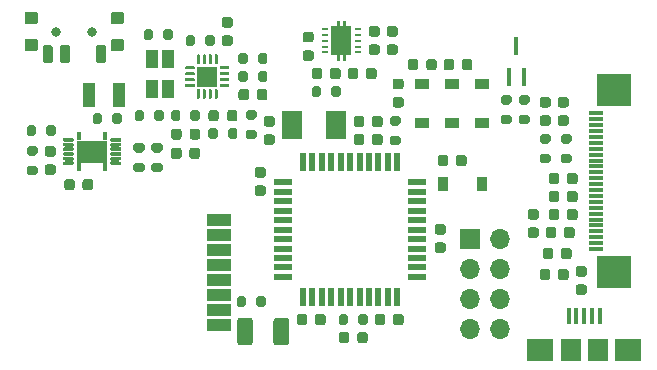
<source format=gbr>
%TF.GenerationSoftware,KiCad,Pcbnew,(5.1.9)-1*%
%TF.CreationDate,2021-02-10T20:51:50+02:00*%
%TF.ProjectId,RVP,5256502e-6b69-4636-9164-5f7063625858,rev?*%
%TF.SameCoordinates,Original*%
%TF.FileFunction,Soldermask,Top*%
%TF.FilePolarity,Negative*%
%FSLAX46Y46*%
G04 Gerber Fmt 4.6, Leading zero omitted, Abs format (unit mm)*
G04 Created by KiCad (PCBNEW (5.1.9)-1) date 2021-02-10 20:51:50*
%MOMM*%
%LPD*%
G01*
G04 APERTURE LIST*
%ADD10R,0.900000X1.200000*%
%ADD11R,0.550000X1.500000*%
%ADD12R,1.500000X0.550000*%
%ADD13C,0.800000*%
%ADD14R,0.400000X0.575000*%
%ADD15R,2.600000X1.950000*%
%ADD16O,0.950000X0.300000*%
%ADD17R,0.400000X0.675000*%
%ADD18R,1.700000X2.400000*%
%ADD19R,1.000000X2.000000*%
%ADD20R,0.400000X1.400000*%
%ADD21R,2.300000X1.900000*%
%ADD22R,1.800000X1.900000*%
%ADD23R,2.000000X1.000000*%
%ADD24R,3.000000X2.700000*%
%ADD25R,1.200000X0.300000*%
%ADD26O,1.700000X1.700000*%
%ADD27R,1.700000X1.700000*%
%ADD28R,1.000000X1.500000*%
%ADD29C,0.100000*%
%ADD30R,0.600000X0.240000*%
%ADD31R,1.680000X1.680000*%
%ADD32R,0.450000X1.500000*%
%ADD33R,1.200000X0.900000*%
G04 APERTURE END LIST*
D10*
%TO.C,D3*%
X213690020Y-93927200D03*
X216990020Y-93927200D03*
%TD*%
%TO.C,R23*%
G36*
G01*
X197883420Y-104159000D02*
X197883420Y-103609000D01*
G75*
G02*
X198083420Y-103409000I200000J0D01*
G01*
X198483420Y-103409000D01*
G75*
G02*
X198683420Y-103609000I0J-200000D01*
G01*
X198683420Y-104159000D01*
G75*
G02*
X198483420Y-104359000I-200000J0D01*
G01*
X198083420Y-104359000D01*
G75*
G02*
X197883420Y-104159000I0J200000D01*
G01*
G37*
G36*
G01*
X196233420Y-104159000D02*
X196233420Y-103609000D01*
G75*
G02*
X196433420Y-103409000I200000J0D01*
G01*
X196833420Y-103409000D01*
G75*
G02*
X197033420Y-103609000I0J-200000D01*
G01*
X197033420Y-104159000D01*
G75*
G02*
X196833420Y-104359000I-200000J0D01*
G01*
X196433420Y-104359000D01*
G75*
G02*
X196233420Y-104159000I0J200000D01*
G01*
G37*
%TD*%
%TO.C,C12*%
G36*
G01*
X223295420Y-97792000D02*
X223295420Y-98292000D01*
G75*
G02*
X223070420Y-98517000I-225000J0D01*
G01*
X222620420Y-98517000D01*
G75*
G02*
X222395420Y-98292000I0J225000D01*
G01*
X222395420Y-97792000D01*
G75*
G02*
X222620420Y-97567000I225000J0D01*
G01*
X223070420Y-97567000D01*
G75*
G02*
X223295420Y-97792000I0J-225000D01*
G01*
G37*
G36*
G01*
X224845420Y-97792000D02*
X224845420Y-98292000D01*
G75*
G02*
X224620420Y-98517000I-225000J0D01*
G01*
X224170420Y-98517000D01*
G75*
G02*
X223945420Y-98292000I0J225000D01*
G01*
X223945420Y-97792000D01*
G75*
G02*
X224170420Y-97567000I225000J0D01*
G01*
X224620420Y-97567000D01*
G75*
G02*
X224845420Y-97792000I0J-225000D01*
G01*
G37*
%TD*%
D11*
%TO.C,U5*%
X209840420Y-103488000D03*
X209040420Y-103488000D03*
X208240420Y-103488000D03*
X207440420Y-103488000D03*
X206640420Y-103488000D03*
X205840420Y-103488000D03*
X205040420Y-103488000D03*
X204240420Y-103488000D03*
X203440420Y-103488000D03*
X202640420Y-103488000D03*
X201840420Y-103488000D03*
D12*
X200140420Y-101788000D03*
X200140420Y-100988000D03*
X200140420Y-100188000D03*
X200140420Y-99388000D03*
X200140420Y-98588000D03*
X200140420Y-97788000D03*
X200140420Y-96988000D03*
X200140420Y-96188000D03*
X200140420Y-95388000D03*
X200140420Y-94588000D03*
X200140420Y-93788000D03*
D11*
X201840420Y-92088000D03*
X202640420Y-92088000D03*
X203440420Y-92088000D03*
X204240420Y-92088000D03*
X205040420Y-92088000D03*
X205840420Y-92088000D03*
X206640420Y-92088000D03*
X207440420Y-92088000D03*
X208240420Y-92088000D03*
X209040420Y-92088000D03*
X209840420Y-92088000D03*
D12*
X211540420Y-93788000D03*
X211540420Y-94588000D03*
X211540420Y-95388000D03*
X211540420Y-96188000D03*
X211540420Y-96988000D03*
X211540420Y-97788000D03*
X211540420Y-98588000D03*
X211540420Y-99388000D03*
X211540420Y-100188000D03*
X211540420Y-100988000D03*
X211540420Y-101788000D03*
%TD*%
%TO.C,R20*%
G36*
G01*
X223853420Y-91355000D02*
X224403420Y-91355000D01*
G75*
G02*
X224603420Y-91555000I0J-200000D01*
G01*
X224603420Y-91955000D01*
G75*
G02*
X224403420Y-92155000I-200000J0D01*
G01*
X223853420Y-92155000D01*
G75*
G02*
X223653420Y-91955000I0J200000D01*
G01*
X223653420Y-91555000D01*
G75*
G02*
X223853420Y-91355000I200000J0D01*
G01*
G37*
G36*
G01*
X223853420Y-89705000D02*
X224403420Y-89705000D01*
G75*
G02*
X224603420Y-89905000I0J-200000D01*
G01*
X224603420Y-90305000D01*
G75*
G02*
X224403420Y-90505000I-200000J0D01*
G01*
X223853420Y-90505000D01*
G75*
G02*
X223653420Y-90305000I0J200000D01*
G01*
X223653420Y-89905000D01*
G75*
G02*
X223853420Y-89705000I200000J0D01*
G01*
G37*
%TD*%
%TO.C,C13*%
G36*
G01*
X223041420Y-99570000D02*
X223041420Y-100070000D01*
G75*
G02*
X222816420Y-100295000I-225000J0D01*
G01*
X222366420Y-100295000D01*
G75*
G02*
X222141420Y-100070000I0J225000D01*
G01*
X222141420Y-99570000D01*
G75*
G02*
X222366420Y-99345000I225000J0D01*
G01*
X222816420Y-99345000D01*
G75*
G02*
X223041420Y-99570000I0J-225000D01*
G01*
G37*
G36*
G01*
X224591420Y-99570000D02*
X224591420Y-100070000D01*
G75*
G02*
X224366420Y-100295000I-225000J0D01*
G01*
X223916420Y-100295000D01*
G75*
G02*
X223691420Y-100070000I0J225000D01*
G01*
X223691420Y-99570000D01*
G75*
G02*
X223916420Y-99345000I225000J0D01*
G01*
X224366420Y-99345000D01*
G75*
G02*
X224591420Y-99570000I0J-225000D01*
G01*
G37*
%TD*%
%TO.C,C18*%
G36*
G01*
X222787420Y-101348000D02*
X222787420Y-101848000D01*
G75*
G02*
X222562420Y-102073000I-225000J0D01*
G01*
X222112420Y-102073000D01*
G75*
G02*
X221887420Y-101848000I0J225000D01*
G01*
X221887420Y-101348000D01*
G75*
G02*
X222112420Y-101123000I225000J0D01*
G01*
X222562420Y-101123000D01*
G75*
G02*
X222787420Y-101348000I0J-225000D01*
G01*
G37*
G36*
G01*
X224337420Y-101348000D02*
X224337420Y-101848000D01*
G75*
G02*
X224112420Y-102073000I-225000J0D01*
G01*
X223662420Y-102073000D01*
G75*
G02*
X223437420Y-101848000I0J225000D01*
G01*
X223437420Y-101348000D01*
G75*
G02*
X223662420Y-101123000I225000J0D01*
G01*
X224112420Y-101123000D01*
G75*
G02*
X224337420Y-101348000I0J-225000D01*
G01*
G37*
%TD*%
%TO.C,C29*%
G36*
G01*
X204133420Y-84830000D02*
X204133420Y-84330000D01*
G75*
G02*
X204358420Y-84105000I225000J0D01*
G01*
X204808420Y-84105000D01*
G75*
G02*
X205033420Y-84330000I0J-225000D01*
G01*
X205033420Y-84830000D01*
G75*
G02*
X204808420Y-85055000I-225000J0D01*
G01*
X204358420Y-85055000D01*
G75*
G02*
X204133420Y-84830000I0J225000D01*
G01*
G37*
G36*
G01*
X202583420Y-84830000D02*
X202583420Y-84330000D01*
G75*
G02*
X202808420Y-84105000I225000J0D01*
G01*
X203258420Y-84105000D01*
G75*
G02*
X203483420Y-84330000I0J-225000D01*
G01*
X203483420Y-84830000D01*
G75*
G02*
X203258420Y-85055000I-225000J0D01*
G01*
X202808420Y-85055000D01*
G75*
G02*
X202583420Y-84830000I0J225000D01*
G01*
G37*
%TD*%
%TO.C,C28*%
G36*
G01*
X207039420Y-89918000D02*
X207039420Y-90418000D01*
G75*
G02*
X206814420Y-90643000I-225000J0D01*
G01*
X206364420Y-90643000D01*
G75*
G02*
X206139420Y-90418000I0J225000D01*
G01*
X206139420Y-89918000D01*
G75*
G02*
X206364420Y-89693000I225000J0D01*
G01*
X206814420Y-89693000D01*
G75*
G02*
X207039420Y-89918000I0J-225000D01*
G01*
G37*
G36*
G01*
X208589420Y-89918000D02*
X208589420Y-90418000D01*
G75*
G02*
X208364420Y-90643000I-225000J0D01*
G01*
X207914420Y-90643000D01*
G75*
G02*
X207689420Y-90418000I0J225000D01*
G01*
X207689420Y-89918000D01*
G75*
G02*
X207914420Y-89693000I225000J0D01*
G01*
X208364420Y-89693000D01*
G75*
G02*
X208589420Y-89918000I0J-225000D01*
G01*
G37*
%TD*%
%TO.C,SW1*%
G36*
G01*
X179374020Y-79474000D02*
X179374020Y-80274000D01*
G75*
G02*
X179272420Y-80375600I-101600J0D01*
G01*
X178372420Y-80375600D01*
G75*
G02*
X178270820Y-80274000I0J101600D01*
G01*
X178270820Y-79474000D01*
G75*
G02*
X178372420Y-79372400I101600J0D01*
G01*
X179272420Y-79372400D01*
G75*
G02*
X179374020Y-79474000I0J-101600D01*
G01*
G37*
G36*
G01*
X179374020Y-81774000D02*
X179374020Y-82574000D01*
G75*
G02*
X179272420Y-82675600I-101600J0D01*
G01*
X178372420Y-82675600D01*
G75*
G02*
X178270820Y-82574000I0J101600D01*
G01*
X178270820Y-81774000D01*
G75*
G02*
X178372420Y-81672400I101600J0D01*
G01*
X179272420Y-81672400D01*
G75*
G02*
X179374020Y-81774000I0J-101600D01*
G01*
G37*
G36*
G01*
X186674020Y-79474000D02*
X186674020Y-80274000D01*
G75*
G02*
X186572420Y-80375600I-101600J0D01*
G01*
X185672420Y-80375600D01*
G75*
G02*
X185570820Y-80274000I0J101600D01*
G01*
X185570820Y-79474000D01*
G75*
G02*
X185672420Y-79372400I101600J0D01*
G01*
X186572420Y-79372400D01*
G75*
G02*
X186674020Y-79474000I0J-101600D01*
G01*
G37*
G36*
G01*
X186674020Y-81774000D02*
X186674020Y-82574000D01*
G75*
G02*
X186572420Y-82675600I-101600J0D01*
G01*
X185672420Y-82675600D01*
G75*
G02*
X185570820Y-82574000I0J101600D01*
G01*
X185570820Y-81774000D01*
G75*
G02*
X185672420Y-81672400I101600J0D01*
G01*
X186572420Y-81672400D01*
G75*
G02*
X186674020Y-81774000I0J-101600D01*
G01*
G37*
G36*
G01*
X179904920Y-82187400D02*
X180539920Y-82187400D01*
G75*
G02*
X180641520Y-82289000I0J-101600D01*
G01*
X180641520Y-83559000D01*
G75*
G02*
X180539920Y-83660600I-101600J0D01*
G01*
X179904920Y-83660600D01*
G75*
G02*
X179803320Y-83559000I0J101600D01*
G01*
X179803320Y-82289000D01*
G75*
G02*
X179904920Y-82187400I101600J0D01*
G01*
G37*
G36*
G01*
X181404920Y-82187400D02*
X182039920Y-82187400D01*
G75*
G02*
X182141520Y-82289000I0J-101600D01*
G01*
X182141520Y-83559000D01*
G75*
G02*
X182039920Y-83660600I-101600J0D01*
G01*
X181404920Y-83660600D01*
G75*
G02*
X181303320Y-83559000I0J101600D01*
G01*
X181303320Y-82289000D01*
G75*
G02*
X181404920Y-82187400I101600J0D01*
G01*
G37*
G36*
G01*
X184404920Y-82187400D02*
X185039920Y-82187400D01*
G75*
G02*
X185141520Y-82289000I0J-101600D01*
G01*
X185141520Y-83559000D01*
G75*
G02*
X185039920Y-83660600I-101600J0D01*
G01*
X184404920Y-83660600D01*
G75*
G02*
X184303320Y-83559000I0J101600D01*
G01*
X184303320Y-82289000D01*
G75*
G02*
X184404920Y-82187400I101600J0D01*
G01*
G37*
D13*
X180972420Y-81024000D03*
X183972420Y-81024000D03*
%TD*%
D14*
%TO.C,U2*%
X182896420Y-92549000D03*
X182896420Y-89819000D03*
X185096420Y-89819000D03*
X185096420Y-92549000D03*
D15*
X183996420Y-91184000D03*
G36*
G01*
X186146420Y-92284000D02*
X186146420Y-92084000D01*
G75*
G02*
X186196420Y-92034000I50000J0D01*
G01*
X186396420Y-92034000D01*
G75*
G02*
X186446420Y-92084000I0J-50000D01*
G01*
X186446420Y-92284000D01*
G75*
G02*
X186396420Y-92334000I-50000J0D01*
G01*
X186196420Y-92334000D01*
G75*
G02*
X186146420Y-92284000I0J50000D01*
G01*
G37*
G36*
G01*
X186146420Y-91884000D02*
X186146420Y-91684000D01*
G75*
G02*
X186196420Y-91634000I50000J0D01*
G01*
X186396420Y-91634000D01*
G75*
G02*
X186446420Y-91684000I0J-50000D01*
G01*
X186446420Y-91884000D01*
G75*
G02*
X186396420Y-91934000I-50000J0D01*
G01*
X186196420Y-91934000D01*
G75*
G02*
X186146420Y-91884000I0J50000D01*
G01*
G37*
G36*
G01*
X186146420Y-91484000D02*
X186146420Y-91284000D01*
G75*
G02*
X186196420Y-91234000I50000J0D01*
G01*
X186396420Y-91234000D01*
G75*
G02*
X186446420Y-91284000I0J-50000D01*
G01*
X186446420Y-91484000D01*
G75*
G02*
X186396420Y-91534000I-50000J0D01*
G01*
X186196420Y-91534000D01*
G75*
G02*
X186146420Y-91484000I0J50000D01*
G01*
G37*
G36*
G01*
X186146420Y-91084000D02*
X186146420Y-90884000D01*
G75*
G02*
X186196420Y-90834000I50000J0D01*
G01*
X186396420Y-90834000D01*
G75*
G02*
X186446420Y-90884000I0J-50000D01*
G01*
X186446420Y-91084000D01*
G75*
G02*
X186396420Y-91134000I-50000J0D01*
G01*
X186196420Y-91134000D01*
G75*
G02*
X186146420Y-91084000I0J50000D01*
G01*
G37*
G36*
G01*
X186146420Y-90684000D02*
X186146420Y-90484000D01*
G75*
G02*
X186196420Y-90434000I50000J0D01*
G01*
X186396420Y-90434000D01*
G75*
G02*
X186446420Y-90484000I0J-50000D01*
G01*
X186446420Y-90684000D01*
G75*
G02*
X186396420Y-90734000I-50000J0D01*
G01*
X186196420Y-90734000D01*
G75*
G02*
X186146420Y-90684000I0J50000D01*
G01*
G37*
G36*
G01*
X186146420Y-90284000D02*
X186146420Y-90084000D01*
G75*
G02*
X186196420Y-90034000I50000J0D01*
G01*
X186396420Y-90034000D01*
G75*
G02*
X186446420Y-90084000I0J-50000D01*
G01*
X186446420Y-90284000D01*
G75*
G02*
X186396420Y-90334000I-50000J0D01*
G01*
X186196420Y-90334000D01*
G75*
G02*
X186146420Y-90284000I0J50000D01*
G01*
G37*
G36*
G01*
X181546420Y-90284000D02*
X181546420Y-90084000D01*
G75*
G02*
X181596420Y-90034000I50000J0D01*
G01*
X181796420Y-90034000D01*
G75*
G02*
X181846420Y-90084000I0J-50000D01*
G01*
X181846420Y-90284000D01*
G75*
G02*
X181796420Y-90334000I-50000J0D01*
G01*
X181596420Y-90334000D01*
G75*
G02*
X181546420Y-90284000I0J50000D01*
G01*
G37*
G36*
G01*
X181546420Y-90684000D02*
X181546420Y-90484000D01*
G75*
G02*
X181596420Y-90434000I50000J0D01*
G01*
X181796420Y-90434000D01*
G75*
G02*
X181846420Y-90484000I0J-50000D01*
G01*
X181846420Y-90684000D01*
G75*
G02*
X181796420Y-90734000I-50000J0D01*
G01*
X181596420Y-90734000D01*
G75*
G02*
X181546420Y-90684000I0J50000D01*
G01*
G37*
G36*
G01*
X181546420Y-92284000D02*
X181546420Y-92084000D01*
G75*
G02*
X181596420Y-92034000I50000J0D01*
G01*
X181796420Y-92034000D01*
G75*
G02*
X181846420Y-92084000I0J-50000D01*
G01*
X181846420Y-92284000D01*
G75*
G02*
X181796420Y-92334000I-50000J0D01*
G01*
X181596420Y-92334000D01*
G75*
G02*
X181546420Y-92284000I0J50000D01*
G01*
G37*
G36*
G01*
X181546420Y-91884000D02*
X181546420Y-91684000D01*
G75*
G02*
X181596420Y-91634000I50000J0D01*
G01*
X181796420Y-91634000D01*
G75*
G02*
X181846420Y-91684000I0J-50000D01*
G01*
X181846420Y-91884000D01*
G75*
G02*
X181796420Y-91934000I-50000J0D01*
G01*
X181596420Y-91934000D01*
G75*
G02*
X181546420Y-91884000I0J50000D01*
G01*
G37*
G36*
G01*
X181546420Y-91484000D02*
X181546420Y-91284000D01*
G75*
G02*
X181596420Y-91234000I50000J0D01*
G01*
X181796420Y-91234000D01*
G75*
G02*
X181846420Y-91284000I0J-50000D01*
G01*
X181846420Y-91484000D01*
G75*
G02*
X181796420Y-91534000I-50000J0D01*
G01*
X181596420Y-91534000D01*
G75*
G02*
X181546420Y-91484000I0J50000D01*
G01*
G37*
D16*
X185971420Y-92184000D03*
X185971420Y-91784000D03*
X185971420Y-91384000D03*
X185971420Y-90984000D03*
X185971420Y-90584000D03*
X185971420Y-90184000D03*
X182021420Y-92184000D03*
X182021420Y-91784000D03*
X182021420Y-91384000D03*
X182021420Y-90184000D03*
X182021420Y-90584000D03*
X182021420Y-90984000D03*
G36*
G01*
X181546420Y-91084000D02*
X181546420Y-90884000D01*
G75*
G02*
X181596420Y-90834000I50000J0D01*
G01*
X181796420Y-90834000D01*
G75*
G02*
X181846420Y-90884000I0J-50000D01*
G01*
X181846420Y-91084000D01*
G75*
G02*
X181796420Y-91134000I-50000J0D01*
G01*
X181596420Y-91134000D01*
G75*
G02*
X181546420Y-91084000I0J50000D01*
G01*
G37*
D17*
X182896420Y-89871500D03*
X185096420Y-89871500D03*
X185096420Y-92496500D03*
X182896420Y-92496500D03*
D15*
X183996420Y-91184000D03*
%TD*%
%TO.C,C27*%
G36*
G01*
X207039420Y-88394000D02*
X207039420Y-88894000D01*
G75*
G02*
X206814420Y-89119000I-225000J0D01*
G01*
X206364420Y-89119000D01*
G75*
G02*
X206139420Y-88894000I0J225000D01*
G01*
X206139420Y-88394000D01*
G75*
G02*
X206364420Y-88169000I225000J0D01*
G01*
X206814420Y-88169000D01*
G75*
G02*
X207039420Y-88394000I0J-225000D01*
G01*
G37*
G36*
G01*
X208589420Y-88394000D02*
X208589420Y-88894000D01*
G75*
G02*
X208364420Y-89119000I-225000J0D01*
G01*
X207914420Y-89119000D01*
G75*
G02*
X207689420Y-88894000I0J225000D01*
G01*
X207689420Y-88394000D01*
G75*
G02*
X207914420Y-88169000I225000J0D01*
G01*
X208364420Y-88169000D01*
G75*
G02*
X208589420Y-88394000I0J-225000D01*
G01*
G37*
%TD*%
%TO.C,C26*%
G36*
G01*
X198732420Y-89731000D02*
X199232420Y-89731000D01*
G75*
G02*
X199457420Y-89956000I0J-225000D01*
G01*
X199457420Y-90406000D01*
G75*
G02*
X199232420Y-90631000I-225000J0D01*
G01*
X198732420Y-90631000D01*
G75*
G02*
X198507420Y-90406000I0J225000D01*
G01*
X198507420Y-89956000D01*
G75*
G02*
X198732420Y-89731000I225000J0D01*
G01*
G37*
G36*
G01*
X198732420Y-88181000D02*
X199232420Y-88181000D01*
G75*
G02*
X199457420Y-88406000I0J-225000D01*
G01*
X199457420Y-88856000D01*
G75*
G02*
X199232420Y-89081000I-225000J0D01*
G01*
X198732420Y-89081000D01*
G75*
G02*
X198507420Y-88856000I0J225000D01*
G01*
X198507420Y-88406000D01*
G75*
G02*
X198732420Y-88181000I225000J0D01*
G01*
G37*
%TD*%
D18*
%TO.C,Y1*%
X204642420Y-88898000D03*
X200942420Y-88898000D03*
%TD*%
D19*
%TO.C,J3*%
X183742420Y-86358000D03*
X186282420Y-86358000D03*
%TD*%
D20*
%TO.C,J2*%
X224352420Y-105128000D03*
X225002420Y-105128000D03*
X225652420Y-105128000D03*
X226302420Y-105128000D03*
X226952420Y-105128000D03*
D21*
X221902420Y-107978000D03*
X229402420Y-107978000D03*
D22*
X224502420Y-107978000D03*
X226802420Y-107978000D03*
%TD*%
%TO.C,R22*%
G36*
G01*
X205669420Y-105133000D02*
X205669420Y-105683000D01*
G75*
G02*
X205469420Y-105883000I-200000J0D01*
G01*
X205069420Y-105883000D01*
G75*
G02*
X204869420Y-105683000I0J200000D01*
G01*
X204869420Y-105133000D01*
G75*
G02*
X205069420Y-104933000I200000J0D01*
G01*
X205469420Y-104933000D01*
G75*
G02*
X205669420Y-105133000I0J-200000D01*
G01*
G37*
G36*
G01*
X207319420Y-105133000D02*
X207319420Y-105683000D01*
G75*
G02*
X207119420Y-105883000I-200000J0D01*
G01*
X206719420Y-105883000D01*
G75*
G02*
X206519420Y-105683000I0J200000D01*
G01*
X206519420Y-105133000D01*
G75*
G02*
X206719420Y-104933000I200000J0D01*
G01*
X207119420Y-104933000D01*
G75*
G02*
X207319420Y-105133000I0J-200000D01*
G01*
G37*
%TD*%
%TO.C,D7*%
G36*
G01*
X205744420Y-106675750D02*
X205744420Y-107188250D01*
G75*
G02*
X205525670Y-107407000I-218750J0D01*
G01*
X205088170Y-107407000D01*
G75*
G02*
X204869420Y-107188250I0J218750D01*
G01*
X204869420Y-106675750D01*
G75*
G02*
X205088170Y-106457000I218750J0D01*
G01*
X205525670Y-106457000D01*
G75*
G02*
X205744420Y-106675750I0J-218750D01*
G01*
G37*
G36*
G01*
X207319420Y-106675750D02*
X207319420Y-107188250D01*
G75*
G02*
X207100670Y-107407000I-218750J0D01*
G01*
X206663170Y-107407000D01*
G75*
G02*
X206444420Y-107188250I0J218750D01*
G01*
X206444420Y-106675750D01*
G75*
G02*
X206663170Y-106457000I218750J0D01*
G01*
X207100670Y-106457000D01*
G75*
G02*
X207319420Y-106675750I0J-218750D01*
G01*
G37*
%TD*%
%TO.C,C17*%
G36*
G01*
X199349420Y-107349003D02*
X199349420Y-105498997D01*
G75*
G02*
X199599417Y-105249000I249997J0D01*
G01*
X200424423Y-105249000D01*
G75*
G02*
X200674420Y-105498997I0J-249997D01*
G01*
X200674420Y-107349003D01*
G75*
G02*
X200424423Y-107599000I-249997J0D01*
G01*
X199599417Y-107599000D01*
G75*
G02*
X199349420Y-107349003I0J249997D01*
G01*
G37*
G36*
G01*
X196274420Y-107349003D02*
X196274420Y-105498997D01*
G75*
G02*
X196524417Y-105249000I249997J0D01*
G01*
X197349423Y-105249000D01*
G75*
G02*
X197599420Y-105498997I0J-249997D01*
G01*
X197599420Y-107349003D01*
G75*
G02*
X197349423Y-107599000I-249997J0D01*
G01*
X196524417Y-107599000D01*
G75*
G02*
X196274420Y-107349003I0J249997D01*
G01*
G37*
%TD*%
%TO.C,SW2*%
G36*
G01*
X214151420Y-91696000D02*
X214151420Y-92196000D01*
G75*
G02*
X213926420Y-92421000I-225000J0D01*
G01*
X213476420Y-92421000D01*
G75*
G02*
X213251420Y-92196000I0J225000D01*
G01*
X213251420Y-91696000D01*
G75*
G02*
X213476420Y-91471000I225000J0D01*
G01*
X213926420Y-91471000D01*
G75*
G02*
X214151420Y-91696000I0J-225000D01*
G01*
G37*
G36*
G01*
X215701420Y-91696000D02*
X215701420Y-92196000D01*
G75*
G02*
X215476420Y-92421000I-225000J0D01*
G01*
X215026420Y-92421000D01*
G75*
G02*
X214801420Y-92196000I0J225000D01*
G01*
X214801420Y-91696000D01*
G75*
G02*
X215026420Y-91471000I225000J0D01*
G01*
X215476420Y-91471000D01*
G75*
G02*
X215701420Y-91696000I0J-225000D01*
G01*
G37*
%TD*%
D23*
%TO.C,U4*%
X194712420Y-96964000D03*
X194712420Y-98234000D03*
X194712420Y-99504000D03*
X194712420Y-100774000D03*
X194712420Y-102044000D03*
X194712420Y-103314000D03*
X194712420Y-104584000D03*
X194712420Y-105854000D03*
%TD*%
%TO.C,C25*%
G36*
G01*
X208817420Y-105158000D02*
X208817420Y-105658000D01*
G75*
G02*
X208592420Y-105883000I-225000J0D01*
G01*
X208142420Y-105883000D01*
G75*
G02*
X207917420Y-105658000I0J225000D01*
G01*
X207917420Y-105158000D01*
G75*
G02*
X208142420Y-104933000I225000J0D01*
G01*
X208592420Y-104933000D01*
G75*
G02*
X208817420Y-105158000I0J-225000D01*
G01*
G37*
G36*
G01*
X210367420Y-105158000D02*
X210367420Y-105658000D01*
G75*
G02*
X210142420Y-105883000I-225000J0D01*
G01*
X209692420Y-105883000D01*
G75*
G02*
X209467420Y-105658000I0J225000D01*
G01*
X209467420Y-105158000D01*
G75*
G02*
X209692420Y-104933000I225000J0D01*
G01*
X210142420Y-104933000D01*
G75*
G02*
X210367420Y-105158000I0J-225000D01*
G01*
G37*
%TD*%
%TO.C,C24*%
G36*
G01*
X202863420Y-105658000D02*
X202863420Y-105158000D01*
G75*
G02*
X203088420Y-104933000I225000J0D01*
G01*
X203538420Y-104933000D01*
G75*
G02*
X203763420Y-105158000I0J-225000D01*
G01*
X203763420Y-105658000D01*
G75*
G02*
X203538420Y-105883000I-225000J0D01*
G01*
X203088420Y-105883000D01*
G75*
G02*
X202863420Y-105658000I0J225000D01*
G01*
G37*
G36*
G01*
X201313420Y-105658000D02*
X201313420Y-105158000D01*
G75*
G02*
X201538420Y-104933000I225000J0D01*
G01*
X201988420Y-104933000D01*
G75*
G02*
X202213420Y-105158000I0J-225000D01*
G01*
X202213420Y-105658000D01*
G75*
G02*
X201988420Y-105883000I-225000J0D01*
G01*
X201538420Y-105883000D01*
G75*
G02*
X201313420Y-105658000I0J225000D01*
G01*
G37*
%TD*%
%TO.C,C23*%
G36*
G01*
X198470420Y-94949000D02*
X197970420Y-94949000D01*
G75*
G02*
X197745420Y-94724000I0J225000D01*
G01*
X197745420Y-94274000D01*
G75*
G02*
X197970420Y-94049000I225000J0D01*
G01*
X198470420Y-94049000D01*
G75*
G02*
X198695420Y-94274000I0J-225000D01*
G01*
X198695420Y-94724000D01*
G75*
G02*
X198470420Y-94949000I-225000J0D01*
G01*
G37*
G36*
G01*
X198470420Y-93399000D02*
X197970420Y-93399000D01*
G75*
G02*
X197745420Y-93174000I0J225000D01*
G01*
X197745420Y-92724000D01*
G75*
G02*
X197970420Y-92499000I225000J0D01*
G01*
X198470420Y-92499000D01*
G75*
G02*
X198695420Y-92724000I0J-225000D01*
G01*
X198695420Y-93174000D01*
G75*
G02*
X198470420Y-93399000I-225000J0D01*
G01*
G37*
%TD*%
%TO.C,C22*%
G36*
G01*
X213210420Y-98875000D02*
X213710420Y-98875000D01*
G75*
G02*
X213935420Y-99100000I0J-225000D01*
G01*
X213935420Y-99550000D01*
G75*
G02*
X213710420Y-99775000I-225000J0D01*
G01*
X213210420Y-99775000D01*
G75*
G02*
X212985420Y-99550000I0J225000D01*
G01*
X212985420Y-99100000D01*
G75*
G02*
X213210420Y-98875000I225000J0D01*
G01*
G37*
G36*
G01*
X213210420Y-97325000D02*
X213710420Y-97325000D01*
G75*
G02*
X213935420Y-97550000I0J-225000D01*
G01*
X213935420Y-98000000D01*
G75*
G02*
X213710420Y-98225000I-225000J0D01*
G01*
X213210420Y-98225000D01*
G75*
G02*
X212985420Y-98000000I0J225000D01*
G01*
X212985420Y-97550000D01*
G75*
G02*
X213210420Y-97325000I225000J0D01*
G01*
G37*
%TD*%
%TO.C,R21*%
G36*
G01*
X209925420Y-88981000D02*
X209375420Y-88981000D01*
G75*
G02*
X209175420Y-88781000I0J200000D01*
G01*
X209175420Y-88381000D01*
G75*
G02*
X209375420Y-88181000I200000J0D01*
G01*
X209925420Y-88181000D01*
G75*
G02*
X210125420Y-88381000I0J-200000D01*
G01*
X210125420Y-88781000D01*
G75*
G02*
X209925420Y-88981000I-200000J0D01*
G01*
G37*
G36*
G01*
X209925420Y-90631000D02*
X209375420Y-90631000D01*
G75*
G02*
X209175420Y-90431000I0J200000D01*
G01*
X209175420Y-90031000D01*
G75*
G02*
X209375420Y-89831000I200000J0D01*
G01*
X209925420Y-89831000D01*
G75*
G02*
X210125420Y-90031000I0J-200000D01*
G01*
X210125420Y-90431000D01*
G75*
G02*
X209925420Y-90631000I-200000J0D01*
G01*
G37*
%TD*%
%TO.C,R18*%
G36*
G01*
X220297420Y-88053000D02*
X220847420Y-88053000D01*
G75*
G02*
X221047420Y-88253000I0J-200000D01*
G01*
X221047420Y-88653000D01*
G75*
G02*
X220847420Y-88853000I-200000J0D01*
G01*
X220297420Y-88853000D01*
G75*
G02*
X220097420Y-88653000I0J200000D01*
G01*
X220097420Y-88253000D01*
G75*
G02*
X220297420Y-88053000I200000J0D01*
G01*
G37*
G36*
G01*
X220297420Y-86403000D02*
X220847420Y-86403000D01*
G75*
G02*
X221047420Y-86603000I0J-200000D01*
G01*
X221047420Y-87003000D01*
G75*
G02*
X220847420Y-87203000I-200000J0D01*
G01*
X220297420Y-87203000D01*
G75*
G02*
X220097420Y-87003000I0J200000D01*
G01*
X220097420Y-86603000D01*
G75*
G02*
X220297420Y-86403000I200000J0D01*
G01*
G37*
%TD*%
D24*
%TO.C,DS1*%
X228140000Y-86008000D03*
X228140000Y-101368000D03*
D25*
X226640000Y-99438000D03*
X226640000Y-98938000D03*
X226640000Y-98438000D03*
X226640000Y-97938000D03*
X226640000Y-97438000D03*
X226640000Y-96938000D03*
X226640000Y-96438000D03*
X226640000Y-95938000D03*
X226640000Y-95438000D03*
X226640000Y-94938000D03*
X226640000Y-94438000D03*
X226640000Y-93938000D03*
X226640000Y-93438000D03*
X226640000Y-92938000D03*
X226640000Y-92438000D03*
X226640000Y-91938000D03*
X226640000Y-91438000D03*
X226640000Y-90938000D03*
X226640000Y-90438000D03*
X226640000Y-89938000D03*
X226640000Y-89438000D03*
X226640000Y-88938000D03*
X226640000Y-88438000D03*
X226640000Y-87938000D03*
%TD*%
%TO.C,R12*%
G36*
G01*
X179191420Y-91521000D02*
X178641420Y-91521000D01*
G75*
G02*
X178441420Y-91321000I0J200000D01*
G01*
X178441420Y-90921000D01*
G75*
G02*
X178641420Y-90721000I200000J0D01*
G01*
X179191420Y-90721000D01*
G75*
G02*
X179391420Y-90921000I0J-200000D01*
G01*
X179391420Y-91321000D01*
G75*
G02*
X179191420Y-91521000I-200000J0D01*
G01*
G37*
G36*
G01*
X179191420Y-93171000D02*
X178641420Y-93171000D01*
G75*
G02*
X178441420Y-92971000I0J200000D01*
G01*
X178441420Y-92571000D01*
G75*
G02*
X178641420Y-92371000I200000J0D01*
G01*
X179191420Y-92371000D01*
G75*
G02*
X179391420Y-92571000I0J-200000D01*
G01*
X179391420Y-92971000D01*
G75*
G02*
X179191420Y-93171000I-200000J0D01*
G01*
G37*
%TD*%
%TO.C,R11*%
G36*
G01*
X180103420Y-89681000D02*
X180103420Y-89131000D01*
G75*
G02*
X180303420Y-88931000I200000J0D01*
G01*
X180703420Y-88931000D01*
G75*
G02*
X180903420Y-89131000I0J-200000D01*
G01*
X180903420Y-89681000D01*
G75*
G02*
X180703420Y-89881000I-200000J0D01*
G01*
X180303420Y-89881000D01*
G75*
G02*
X180103420Y-89681000I0J200000D01*
G01*
G37*
G36*
G01*
X178453420Y-89681000D02*
X178453420Y-89131000D01*
G75*
G02*
X178653420Y-88931000I200000J0D01*
G01*
X179053420Y-88931000D01*
G75*
G02*
X179253420Y-89131000I0J-200000D01*
G01*
X179253420Y-89681000D01*
G75*
G02*
X179053420Y-89881000I-200000J0D01*
G01*
X178653420Y-89881000D01*
G75*
G02*
X178453420Y-89681000I0J200000D01*
G01*
G37*
%TD*%
D26*
%TO.C,J1*%
X218540420Y-106170000D03*
X216000420Y-106170000D03*
X218540420Y-103630000D03*
X216000420Y-103630000D03*
X218540420Y-101090000D03*
X216000420Y-101090000D03*
X218540420Y-98550000D03*
D27*
X216000420Y-98550000D03*
%TD*%
%TO.C,C3*%
G36*
G01*
X182528420Y-93728000D02*
X182528420Y-94228000D01*
G75*
G02*
X182303420Y-94453000I-225000J0D01*
G01*
X181853420Y-94453000D01*
G75*
G02*
X181628420Y-94228000I0J225000D01*
G01*
X181628420Y-93728000D01*
G75*
G02*
X181853420Y-93503000I225000J0D01*
G01*
X182303420Y-93503000D01*
G75*
G02*
X182528420Y-93728000I0J-225000D01*
G01*
G37*
G36*
G01*
X184078420Y-93728000D02*
X184078420Y-94228000D01*
G75*
G02*
X183853420Y-94453000I-225000J0D01*
G01*
X183403420Y-94453000D01*
G75*
G02*
X183178420Y-94228000I0J225000D01*
G01*
X183178420Y-93728000D01*
G75*
G02*
X183403420Y-93503000I225000J0D01*
G01*
X183853420Y-93503000D01*
G75*
G02*
X184078420Y-93728000I0J-225000D01*
G01*
G37*
%TD*%
%TO.C,L1*%
G36*
G01*
X202540670Y-81918500D02*
X202028170Y-81918500D01*
G75*
G02*
X201809420Y-81699750I0J218750D01*
G01*
X201809420Y-81262250D01*
G75*
G02*
X202028170Y-81043500I218750J0D01*
G01*
X202540670Y-81043500D01*
G75*
G02*
X202759420Y-81262250I0J-218750D01*
G01*
X202759420Y-81699750D01*
G75*
G02*
X202540670Y-81918500I-218750J0D01*
G01*
G37*
G36*
G01*
X202540670Y-83493500D02*
X202028170Y-83493500D01*
G75*
G02*
X201809420Y-83274750I0J218750D01*
G01*
X201809420Y-82837250D01*
G75*
G02*
X202028170Y-82618500I218750J0D01*
G01*
X202540670Y-82618500D01*
G75*
G02*
X202759420Y-82837250I0J-218750D01*
G01*
X202759420Y-83274750D01*
G75*
G02*
X202540670Y-83493500I-218750J0D01*
G01*
G37*
%TD*%
D28*
%TO.C,JP1*%
X190388000Y-85852000D03*
X189088000Y-85852000D03*
%TD*%
%TO.C,JP2*%
X190388000Y-83312000D03*
X189088000Y-83312000D03*
%TD*%
D29*
%TO.C,U3*%
G36*
X204953420Y-80586000D02*
G01*
X205203420Y-80586000D01*
X205203420Y-80086000D01*
X205453420Y-80086000D01*
X205453420Y-80586000D01*
X205903420Y-80586000D01*
X205903420Y-82986000D01*
X205453420Y-82986000D01*
X205453420Y-83486000D01*
X205203420Y-83486000D01*
X205203420Y-82986000D01*
X204953420Y-82986000D01*
X204953420Y-83486000D01*
X204703420Y-83486000D01*
X204703420Y-82986000D01*
X204253420Y-82986000D01*
X204253420Y-80586000D01*
X204703420Y-80586000D01*
X204703420Y-80086000D01*
X204953420Y-80086000D01*
X204953420Y-80586000D01*
G37*
D30*
X206478420Y-80786000D03*
X206478420Y-81286000D03*
X206478420Y-81786000D03*
X206478420Y-82286000D03*
X206478420Y-82786000D03*
X203678420Y-82786000D03*
X203678420Y-82286000D03*
X203678420Y-81786000D03*
X203678420Y-81286000D03*
X203678420Y-80786000D03*
%TD*%
D31*
%TO.C,U1*%
X193740500Y-84836000D03*
G36*
G01*
X194853000Y-83961000D02*
X195553000Y-83961000D01*
G75*
G02*
X195615500Y-84023500I0J-62500D01*
G01*
X195615500Y-84148500D01*
G75*
G02*
X195553000Y-84211000I-62500J0D01*
G01*
X194853000Y-84211000D01*
G75*
G02*
X194790500Y-84148500I0J62500D01*
G01*
X194790500Y-84023500D01*
G75*
G02*
X194853000Y-83961000I62500J0D01*
G01*
G37*
G36*
G01*
X194853000Y-84461000D02*
X195553000Y-84461000D01*
G75*
G02*
X195615500Y-84523500I0J-62500D01*
G01*
X195615500Y-84648500D01*
G75*
G02*
X195553000Y-84711000I-62500J0D01*
G01*
X194853000Y-84711000D01*
G75*
G02*
X194790500Y-84648500I0J62500D01*
G01*
X194790500Y-84523500D01*
G75*
G02*
X194853000Y-84461000I62500J0D01*
G01*
G37*
G36*
G01*
X194853000Y-84961000D02*
X195553000Y-84961000D01*
G75*
G02*
X195615500Y-85023500I0J-62500D01*
G01*
X195615500Y-85148500D01*
G75*
G02*
X195553000Y-85211000I-62500J0D01*
G01*
X194853000Y-85211000D01*
G75*
G02*
X194790500Y-85148500I0J62500D01*
G01*
X194790500Y-85023500D01*
G75*
G02*
X194853000Y-84961000I62500J0D01*
G01*
G37*
G36*
G01*
X194853000Y-85461000D02*
X195553000Y-85461000D01*
G75*
G02*
X195615500Y-85523500I0J-62500D01*
G01*
X195615500Y-85648500D01*
G75*
G02*
X195553000Y-85711000I-62500J0D01*
G01*
X194853000Y-85711000D01*
G75*
G02*
X194790500Y-85648500I0J62500D01*
G01*
X194790500Y-85523500D01*
G75*
G02*
X194853000Y-85461000I62500J0D01*
G01*
G37*
G36*
G01*
X194428000Y-85886000D02*
X194553000Y-85886000D01*
G75*
G02*
X194615500Y-85948500I0J-62500D01*
G01*
X194615500Y-86648500D01*
G75*
G02*
X194553000Y-86711000I-62500J0D01*
G01*
X194428000Y-86711000D01*
G75*
G02*
X194365500Y-86648500I0J62500D01*
G01*
X194365500Y-85948500D01*
G75*
G02*
X194428000Y-85886000I62500J0D01*
G01*
G37*
G36*
G01*
X193928000Y-85886000D02*
X194053000Y-85886000D01*
G75*
G02*
X194115500Y-85948500I0J-62500D01*
G01*
X194115500Y-86648500D01*
G75*
G02*
X194053000Y-86711000I-62500J0D01*
G01*
X193928000Y-86711000D01*
G75*
G02*
X193865500Y-86648500I0J62500D01*
G01*
X193865500Y-85948500D01*
G75*
G02*
X193928000Y-85886000I62500J0D01*
G01*
G37*
G36*
G01*
X193428000Y-85886000D02*
X193553000Y-85886000D01*
G75*
G02*
X193615500Y-85948500I0J-62500D01*
G01*
X193615500Y-86648500D01*
G75*
G02*
X193553000Y-86711000I-62500J0D01*
G01*
X193428000Y-86711000D01*
G75*
G02*
X193365500Y-86648500I0J62500D01*
G01*
X193365500Y-85948500D01*
G75*
G02*
X193428000Y-85886000I62500J0D01*
G01*
G37*
G36*
G01*
X192928000Y-85886000D02*
X193053000Y-85886000D01*
G75*
G02*
X193115500Y-85948500I0J-62500D01*
G01*
X193115500Y-86648500D01*
G75*
G02*
X193053000Y-86711000I-62500J0D01*
G01*
X192928000Y-86711000D01*
G75*
G02*
X192865500Y-86648500I0J62500D01*
G01*
X192865500Y-85948500D01*
G75*
G02*
X192928000Y-85886000I62500J0D01*
G01*
G37*
G36*
G01*
X191928000Y-85461000D02*
X192628000Y-85461000D01*
G75*
G02*
X192690500Y-85523500I0J-62500D01*
G01*
X192690500Y-85648500D01*
G75*
G02*
X192628000Y-85711000I-62500J0D01*
G01*
X191928000Y-85711000D01*
G75*
G02*
X191865500Y-85648500I0J62500D01*
G01*
X191865500Y-85523500D01*
G75*
G02*
X191928000Y-85461000I62500J0D01*
G01*
G37*
G36*
G01*
X191928000Y-84961000D02*
X192628000Y-84961000D01*
G75*
G02*
X192690500Y-85023500I0J-62500D01*
G01*
X192690500Y-85148500D01*
G75*
G02*
X192628000Y-85211000I-62500J0D01*
G01*
X191928000Y-85211000D01*
G75*
G02*
X191865500Y-85148500I0J62500D01*
G01*
X191865500Y-85023500D01*
G75*
G02*
X191928000Y-84961000I62500J0D01*
G01*
G37*
G36*
G01*
X191928000Y-84461000D02*
X192628000Y-84461000D01*
G75*
G02*
X192690500Y-84523500I0J-62500D01*
G01*
X192690500Y-84648500D01*
G75*
G02*
X192628000Y-84711000I-62500J0D01*
G01*
X191928000Y-84711000D01*
G75*
G02*
X191865500Y-84648500I0J62500D01*
G01*
X191865500Y-84523500D01*
G75*
G02*
X191928000Y-84461000I62500J0D01*
G01*
G37*
G36*
G01*
X191928000Y-83961000D02*
X192628000Y-83961000D01*
G75*
G02*
X192690500Y-84023500I0J-62500D01*
G01*
X192690500Y-84148500D01*
G75*
G02*
X192628000Y-84211000I-62500J0D01*
G01*
X191928000Y-84211000D01*
G75*
G02*
X191865500Y-84148500I0J62500D01*
G01*
X191865500Y-84023500D01*
G75*
G02*
X191928000Y-83961000I62500J0D01*
G01*
G37*
G36*
G01*
X192928000Y-82961000D02*
X193053000Y-82961000D01*
G75*
G02*
X193115500Y-83023500I0J-62500D01*
G01*
X193115500Y-83723500D01*
G75*
G02*
X193053000Y-83786000I-62500J0D01*
G01*
X192928000Y-83786000D01*
G75*
G02*
X192865500Y-83723500I0J62500D01*
G01*
X192865500Y-83023500D01*
G75*
G02*
X192928000Y-82961000I62500J0D01*
G01*
G37*
G36*
G01*
X193428000Y-82961000D02*
X193553000Y-82961000D01*
G75*
G02*
X193615500Y-83023500I0J-62500D01*
G01*
X193615500Y-83723500D01*
G75*
G02*
X193553000Y-83786000I-62500J0D01*
G01*
X193428000Y-83786000D01*
G75*
G02*
X193365500Y-83723500I0J62500D01*
G01*
X193365500Y-83023500D01*
G75*
G02*
X193428000Y-82961000I62500J0D01*
G01*
G37*
G36*
G01*
X193928000Y-82961000D02*
X194053000Y-82961000D01*
G75*
G02*
X194115500Y-83023500I0J-62500D01*
G01*
X194115500Y-83723500D01*
G75*
G02*
X194053000Y-83786000I-62500J0D01*
G01*
X193928000Y-83786000D01*
G75*
G02*
X193865500Y-83723500I0J62500D01*
G01*
X193865500Y-83023500D01*
G75*
G02*
X193928000Y-82961000I62500J0D01*
G01*
G37*
G36*
G01*
X194428000Y-82961000D02*
X194553000Y-82961000D01*
G75*
G02*
X194615500Y-83023500I0J-62500D01*
G01*
X194615500Y-83723500D01*
G75*
G02*
X194553000Y-83786000I-62500J0D01*
G01*
X194428000Y-83786000D01*
G75*
G02*
X194365500Y-83723500I0J62500D01*
G01*
X194365500Y-83023500D01*
G75*
G02*
X194428000Y-82961000I62500J0D01*
G01*
G37*
%TD*%
%TO.C,R19*%
G36*
G01*
X222075420Y-91355000D02*
X222625420Y-91355000D01*
G75*
G02*
X222825420Y-91555000I0J-200000D01*
G01*
X222825420Y-91955000D01*
G75*
G02*
X222625420Y-92155000I-200000J0D01*
G01*
X222075420Y-92155000D01*
G75*
G02*
X221875420Y-91955000I0J200000D01*
G01*
X221875420Y-91555000D01*
G75*
G02*
X222075420Y-91355000I200000J0D01*
G01*
G37*
G36*
G01*
X222075420Y-89705000D02*
X222625420Y-89705000D01*
G75*
G02*
X222825420Y-89905000I0J-200000D01*
G01*
X222825420Y-90305000D01*
G75*
G02*
X222625420Y-90505000I-200000J0D01*
G01*
X222075420Y-90505000D01*
G75*
G02*
X221875420Y-90305000I0J200000D01*
G01*
X221875420Y-89905000D01*
G75*
G02*
X222075420Y-89705000I200000J0D01*
G01*
G37*
%TD*%
%TO.C,R17*%
G36*
G01*
X218773420Y-88051000D02*
X219323420Y-88051000D01*
G75*
G02*
X219523420Y-88251000I0J-200000D01*
G01*
X219523420Y-88651000D01*
G75*
G02*
X219323420Y-88851000I-200000J0D01*
G01*
X218773420Y-88851000D01*
G75*
G02*
X218573420Y-88651000I0J200000D01*
G01*
X218573420Y-88251000D01*
G75*
G02*
X218773420Y-88051000I200000J0D01*
G01*
G37*
G36*
G01*
X218773420Y-86401000D02*
X219323420Y-86401000D01*
G75*
G02*
X219523420Y-86601000I0J-200000D01*
G01*
X219523420Y-87001000D01*
G75*
G02*
X219323420Y-87201000I-200000J0D01*
G01*
X218773420Y-87201000D01*
G75*
G02*
X218573420Y-87001000I0J200000D01*
G01*
X218573420Y-86601000D01*
G75*
G02*
X218773420Y-86401000I200000J0D01*
G01*
G37*
%TD*%
%TO.C,R14*%
G36*
G01*
X204233420Y-86379000D02*
X204233420Y-85829000D01*
G75*
G02*
X204433420Y-85629000I200000J0D01*
G01*
X204833420Y-85629000D01*
G75*
G02*
X205033420Y-85829000I0J-200000D01*
G01*
X205033420Y-86379000D01*
G75*
G02*
X204833420Y-86579000I-200000J0D01*
G01*
X204433420Y-86579000D01*
G75*
G02*
X204233420Y-86379000I0J200000D01*
G01*
G37*
G36*
G01*
X202583420Y-86379000D02*
X202583420Y-85829000D01*
G75*
G02*
X202783420Y-85629000I200000J0D01*
G01*
X203183420Y-85629000D01*
G75*
G02*
X203383420Y-85829000I0J-200000D01*
G01*
X203383420Y-86379000D01*
G75*
G02*
X203183420Y-86579000I-200000J0D01*
G01*
X202783420Y-86579000D01*
G75*
G02*
X202583420Y-86379000I0J200000D01*
G01*
G37*
%TD*%
%TO.C,R13*%
G36*
G01*
X185691420Y-88665000D02*
X185691420Y-88115000D01*
G75*
G02*
X185891420Y-87915000I200000J0D01*
G01*
X186291420Y-87915000D01*
G75*
G02*
X186491420Y-88115000I0J-200000D01*
G01*
X186491420Y-88665000D01*
G75*
G02*
X186291420Y-88865000I-200000J0D01*
G01*
X185891420Y-88865000D01*
G75*
G02*
X185691420Y-88665000I0J200000D01*
G01*
G37*
G36*
G01*
X184041420Y-88665000D02*
X184041420Y-88115000D01*
G75*
G02*
X184241420Y-87915000I200000J0D01*
G01*
X184641420Y-87915000D01*
G75*
G02*
X184841420Y-88115000I0J-200000D01*
G01*
X184841420Y-88665000D01*
G75*
G02*
X184641420Y-88865000I-200000J0D01*
G01*
X184241420Y-88865000D01*
G75*
G02*
X184041420Y-88665000I0J200000D01*
G01*
G37*
%TD*%
%TO.C,R10*%
G36*
G01*
X194647000Y-89387000D02*
X194647000Y-89937000D01*
G75*
G02*
X194447000Y-90137000I-200000J0D01*
G01*
X194047000Y-90137000D01*
G75*
G02*
X193847000Y-89937000I0J200000D01*
G01*
X193847000Y-89387000D01*
G75*
G02*
X194047000Y-89187000I200000J0D01*
G01*
X194447000Y-89187000D01*
G75*
G02*
X194647000Y-89387000I0J-200000D01*
G01*
G37*
G36*
G01*
X196297000Y-89387000D02*
X196297000Y-89937000D01*
G75*
G02*
X196097000Y-90137000I-200000J0D01*
G01*
X195697000Y-90137000D01*
G75*
G02*
X195497000Y-89937000I0J200000D01*
G01*
X195497000Y-89387000D01*
G75*
G02*
X195697000Y-89187000I200000J0D01*
G01*
X196097000Y-89187000D01*
G75*
G02*
X196297000Y-89387000I0J-200000D01*
G01*
G37*
%TD*%
%TO.C,R9*%
G36*
G01*
X188235000Y-91269000D02*
X187685000Y-91269000D01*
G75*
G02*
X187485000Y-91069000I0J200000D01*
G01*
X187485000Y-90669000D01*
G75*
G02*
X187685000Y-90469000I200000J0D01*
G01*
X188235000Y-90469000D01*
G75*
G02*
X188435000Y-90669000I0J-200000D01*
G01*
X188435000Y-91069000D01*
G75*
G02*
X188235000Y-91269000I-200000J0D01*
G01*
G37*
G36*
G01*
X188235000Y-92919000D02*
X187685000Y-92919000D01*
G75*
G02*
X187485000Y-92719000I0J200000D01*
G01*
X187485000Y-92319000D01*
G75*
G02*
X187685000Y-92119000I200000J0D01*
G01*
X188235000Y-92119000D01*
G75*
G02*
X188435000Y-92319000I0J-200000D01*
G01*
X188435000Y-92719000D01*
G75*
G02*
X188235000Y-92919000I-200000J0D01*
G01*
G37*
%TD*%
%TO.C,R8*%
G36*
G01*
X191472000Y-87863000D02*
X191472000Y-88413000D01*
G75*
G02*
X191272000Y-88613000I-200000J0D01*
G01*
X190872000Y-88613000D01*
G75*
G02*
X190672000Y-88413000I0J200000D01*
G01*
X190672000Y-87863000D01*
G75*
G02*
X190872000Y-87663000I200000J0D01*
G01*
X191272000Y-87663000D01*
G75*
G02*
X191472000Y-87863000I0J-200000D01*
G01*
G37*
G36*
G01*
X193122000Y-87863000D02*
X193122000Y-88413000D01*
G75*
G02*
X192922000Y-88613000I-200000J0D01*
G01*
X192522000Y-88613000D01*
G75*
G02*
X192322000Y-88413000I0J200000D01*
G01*
X192322000Y-87863000D01*
G75*
G02*
X192522000Y-87663000I200000J0D01*
G01*
X192922000Y-87663000D01*
G75*
G02*
X193122000Y-87863000I0J-200000D01*
G01*
G37*
%TD*%
%TO.C,R7*%
G36*
G01*
X189209000Y-92119000D02*
X189759000Y-92119000D01*
G75*
G02*
X189959000Y-92319000I0J-200000D01*
G01*
X189959000Y-92719000D01*
G75*
G02*
X189759000Y-92919000I-200000J0D01*
G01*
X189209000Y-92919000D01*
G75*
G02*
X189009000Y-92719000I0J200000D01*
G01*
X189009000Y-92319000D01*
G75*
G02*
X189209000Y-92119000I200000J0D01*
G01*
G37*
G36*
G01*
X189209000Y-90469000D02*
X189759000Y-90469000D01*
G75*
G02*
X189959000Y-90669000I0J-200000D01*
G01*
X189959000Y-91069000D01*
G75*
G02*
X189759000Y-91269000I-200000J0D01*
G01*
X189209000Y-91269000D01*
G75*
G02*
X189009000Y-91069000I0J200000D01*
G01*
X189009000Y-90669000D01*
G75*
G02*
X189209000Y-90469000I200000J0D01*
G01*
G37*
%TD*%
%TO.C,R6*%
G36*
G01*
X197187000Y-84561000D02*
X197187000Y-85111000D01*
G75*
G02*
X196987000Y-85311000I-200000J0D01*
G01*
X196587000Y-85311000D01*
G75*
G02*
X196387000Y-85111000I0J200000D01*
G01*
X196387000Y-84561000D01*
G75*
G02*
X196587000Y-84361000I200000J0D01*
G01*
X196987000Y-84361000D01*
G75*
G02*
X197187000Y-84561000I0J-200000D01*
G01*
G37*
G36*
G01*
X198837000Y-84561000D02*
X198837000Y-85111000D01*
G75*
G02*
X198637000Y-85311000I-200000J0D01*
G01*
X198237000Y-85311000D01*
G75*
G02*
X198037000Y-85111000I0J200000D01*
G01*
X198037000Y-84561000D01*
G75*
G02*
X198237000Y-84361000I200000J0D01*
G01*
X198637000Y-84361000D01*
G75*
G02*
X198837000Y-84561000I0J-200000D01*
G01*
G37*
%TD*%
%TO.C,R5*%
G36*
G01*
X198037000Y-83587000D02*
X198037000Y-83037000D01*
G75*
G02*
X198237000Y-82837000I200000J0D01*
G01*
X198637000Y-82837000D01*
G75*
G02*
X198837000Y-83037000I0J-200000D01*
G01*
X198837000Y-83587000D01*
G75*
G02*
X198637000Y-83787000I-200000J0D01*
G01*
X198237000Y-83787000D01*
G75*
G02*
X198037000Y-83587000I0J200000D01*
G01*
G37*
G36*
G01*
X196387000Y-83587000D02*
X196387000Y-83037000D01*
G75*
G02*
X196587000Y-82837000I200000J0D01*
G01*
X196987000Y-82837000D01*
G75*
G02*
X197187000Y-83037000I0J-200000D01*
G01*
X197187000Y-83587000D01*
G75*
G02*
X196987000Y-83787000I-200000J0D01*
G01*
X196587000Y-83787000D01*
G75*
G02*
X196387000Y-83587000I0J200000D01*
G01*
G37*
%TD*%
%TO.C,R4*%
G36*
G01*
X190009420Y-81553000D02*
X190009420Y-81003000D01*
G75*
G02*
X190209420Y-80803000I200000J0D01*
G01*
X190609420Y-80803000D01*
G75*
G02*
X190809420Y-81003000I0J-200000D01*
G01*
X190809420Y-81553000D01*
G75*
G02*
X190609420Y-81753000I-200000J0D01*
G01*
X190209420Y-81753000D01*
G75*
G02*
X190009420Y-81553000I0J200000D01*
G01*
G37*
G36*
G01*
X188359420Y-81553000D02*
X188359420Y-81003000D01*
G75*
G02*
X188559420Y-80803000I200000J0D01*
G01*
X188959420Y-80803000D01*
G75*
G02*
X189159420Y-81003000I0J-200000D01*
G01*
X189159420Y-81553000D01*
G75*
G02*
X188959420Y-81753000I-200000J0D01*
G01*
X188559420Y-81753000D01*
G75*
G02*
X188359420Y-81553000I0J200000D01*
G01*
G37*
%TD*%
%TO.C,R3*%
G36*
G01*
X197183420Y-89323000D02*
X197733420Y-89323000D01*
G75*
G02*
X197933420Y-89523000I0J-200000D01*
G01*
X197933420Y-89923000D01*
G75*
G02*
X197733420Y-90123000I-200000J0D01*
G01*
X197183420Y-90123000D01*
G75*
G02*
X196983420Y-89923000I0J200000D01*
G01*
X196983420Y-89523000D01*
G75*
G02*
X197183420Y-89323000I200000J0D01*
G01*
G37*
G36*
G01*
X197183420Y-87673000D02*
X197733420Y-87673000D01*
G75*
G02*
X197933420Y-87873000I0J-200000D01*
G01*
X197933420Y-88273000D01*
G75*
G02*
X197733420Y-88473000I-200000J0D01*
G01*
X197183420Y-88473000D01*
G75*
G02*
X196983420Y-88273000I0J200000D01*
G01*
X196983420Y-87873000D01*
G75*
G02*
X197183420Y-87673000I200000J0D01*
G01*
G37*
%TD*%
%TO.C,R2*%
G36*
G01*
X189247420Y-88411000D02*
X189247420Y-87861000D01*
G75*
G02*
X189447420Y-87661000I200000J0D01*
G01*
X189847420Y-87661000D01*
G75*
G02*
X190047420Y-87861000I0J-200000D01*
G01*
X190047420Y-88411000D01*
G75*
G02*
X189847420Y-88611000I-200000J0D01*
G01*
X189447420Y-88611000D01*
G75*
G02*
X189247420Y-88411000I0J200000D01*
G01*
G37*
G36*
G01*
X187597420Y-88411000D02*
X187597420Y-87861000D01*
G75*
G02*
X187797420Y-87661000I200000J0D01*
G01*
X188197420Y-87661000D01*
G75*
G02*
X188397420Y-87861000I0J-200000D01*
G01*
X188397420Y-88411000D01*
G75*
G02*
X188197420Y-88611000I-200000J0D01*
G01*
X187797420Y-88611000D01*
G75*
G02*
X187597420Y-88411000I0J200000D01*
G01*
G37*
%TD*%
%TO.C,R1*%
G36*
G01*
X193565420Y-82061000D02*
X193565420Y-81511000D01*
G75*
G02*
X193765420Y-81311000I200000J0D01*
G01*
X194165420Y-81311000D01*
G75*
G02*
X194365420Y-81511000I0J-200000D01*
G01*
X194365420Y-82061000D01*
G75*
G02*
X194165420Y-82261000I-200000J0D01*
G01*
X193765420Y-82261000D01*
G75*
G02*
X193565420Y-82061000I0J200000D01*
G01*
G37*
G36*
G01*
X191915420Y-82061000D02*
X191915420Y-81511000D01*
G75*
G02*
X192115420Y-81311000I200000J0D01*
G01*
X192515420Y-81311000D01*
G75*
G02*
X192715420Y-81511000I0J-200000D01*
G01*
X192715420Y-82061000D01*
G75*
G02*
X192515420Y-82261000I-200000J0D01*
G01*
X192115420Y-82261000D01*
G75*
G02*
X191915420Y-82061000I0J200000D01*
G01*
G37*
%TD*%
D32*
%TO.C,Q1*%
X219910840Y-82232000D03*
X220560840Y-84892000D03*
X219260840Y-84892000D03*
%TD*%
%TO.C,L2*%
G36*
G01*
X211586420Y-83561750D02*
X211586420Y-84074250D01*
G75*
G02*
X211367670Y-84293000I-218750J0D01*
G01*
X210930170Y-84293000D01*
G75*
G02*
X210711420Y-84074250I0J218750D01*
G01*
X210711420Y-83561750D01*
G75*
G02*
X210930170Y-83343000I218750J0D01*
G01*
X211367670Y-83343000D01*
G75*
G02*
X211586420Y-83561750I0J-218750D01*
G01*
G37*
G36*
G01*
X213161420Y-83561750D02*
X213161420Y-84074250D01*
G75*
G02*
X212942670Y-84293000I-218750J0D01*
G01*
X212505170Y-84293000D01*
G75*
G02*
X212286420Y-84074250I0J218750D01*
G01*
X212286420Y-83561750D01*
G75*
G02*
X212505170Y-83343000I218750J0D01*
G01*
X212942670Y-83343000D01*
G75*
G02*
X213161420Y-83561750I0J-218750D01*
G01*
G37*
%TD*%
D33*
%TO.C,D6*%
X211936420Y-85470000D03*
X211936420Y-88770000D03*
%TD*%
%TO.C,D5*%
X217016420Y-85470000D03*
X217016420Y-88770000D03*
%TD*%
%TO.C,D4*%
X214476420Y-88770000D03*
X214476420Y-85470000D03*
%TD*%
%TO.C,D2*%
G36*
G01*
X194722000Y-87879750D02*
X194722000Y-88392250D01*
G75*
G02*
X194503250Y-88611000I-218750J0D01*
G01*
X194065750Y-88611000D01*
G75*
G02*
X193847000Y-88392250I0J218750D01*
G01*
X193847000Y-87879750D01*
G75*
G02*
X194065750Y-87661000I218750J0D01*
G01*
X194503250Y-87661000D01*
G75*
G02*
X194722000Y-87879750I0J-218750D01*
G01*
G37*
G36*
G01*
X196297000Y-87879750D02*
X196297000Y-88392250D01*
G75*
G02*
X196078250Y-88611000I-218750J0D01*
G01*
X195640750Y-88611000D01*
G75*
G02*
X195422000Y-88392250I0J218750D01*
G01*
X195422000Y-87879750D01*
G75*
G02*
X195640750Y-87661000I218750J0D01*
G01*
X196078250Y-87661000D01*
G75*
G02*
X196297000Y-87879750I0J-218750D01*
G01*
G37*
%TD*%
%TO.C,D1*%
G36*
G01*
X191562000Y-89449750D02*
X191562000Y-89962250D01*
G75*
G02*
X191343250Y-90181000I-218750J0D01*
G01*
X190905750Y-90181000D01*
G75*
G02*
X190687000Y-89962250I0J218750D01*
G01*
X190687000Y-89449750D01*
G75*
G02*
X190905750Y-89231000I218750J0D01*
G01*
X191343250Y-89231000D01*
G75*
G02*
X191562000Y-89449750I0J-218750D01*
G01*
G37*
G36*
G01*
X193137000Y-89449750D02*
X193137000Y-89962250D01*
G75*
G02*
X192918250Y-90181000I-218750J0D01*
G01*
X192480750Y-90181000D01*
G75*
G02*
X192262000Y-89962250I0J218750D01*
G01*
X192262000Y-89449750D01*
G75*
G02*
X192480750Y-89231000I218750J0D01*
G01*
X192918250Y-89231000D01*
G75*
G02*
X193137000Y-89449750I0J-218750D01*
G01*
G37*
%TD*%
%TO.C,C21*%
G36*
G01*
X209654420Y-86556000D02*
X210154420Y-86556000D01*
G75*
G02*
X210379420Y-86781000I0J-225000D01*
G01*
X210379420Y-87231000D01*
G75*
G02*
X210154420Y-87456000I-225000J0D01*
G01*
X209654420Y-87456000D01*
G75*
G02*
X209429420Y-87231000I0J225000D01*
G01*
X209429420Y-86781000D01*
G75*
G02*
X209654420Y-86556000I225000J0D01*
G01*
G37*
G36*
G01*
X209654420Y-85006000D02*
X210154420Y-85006000D01*
G75*
G02*
X210379420Y-85231000I0J-225000D01*
G01*
X210379420Y-85681000D01*
G75*
G02*
X210154420Y-85906000I-225000J0D01*
G01*
X209654420Y-85906000D01*
G75*
G02*
X209429420Y-85681000I0J225000D01*
G01*
X209429420Y-85231000D01*
G75*
G02*
X209654420Y-85006000I225000J0D01*
G01*
G37*
%TD*%
%TO.C,C20*%
G36*
G01*
X221584420Y-96955000D02*
X221084420Y-96955000D01*
G75*
G02*
X220859420Y-96730000I0J225000D01*
G01*
X220859420Y-96280000D01*
G75*
G02*
X221084420Y-96055000I225000J0D01*
G01*
X221584420Y-96055000D01*
G75*
G02*
X221809420Y-96280000I0J-225000D01*
G01*
X221809420Y-96730000D01*
G75*
G02*
X221584420Y-96955000I-225000J0D01*
G01*
G37*
G36*
G01*
X221584420Y-98505000D02*
X221084420Y-98505000D01*
G75*
G02*
X220859420Y-98280000I0J225000D01*
G01*
X220859420Y-97830000D01*
G75*
G02*
X221084420Y-97605000I225000J0D01*
G01*
X221584420Y-97605000D01*
G75*
G02*
X221809420Y-97830000I0J-225000D01*
G01*
X221809420Y-98280000D01*
G75*
G02*
X221584420Y-98505000I-225000J0D01*
G01*
G37*
%TD*%
%TO.C,C19*%
G36*
G01*
X215296420Y-84068000D02*
X215296420Y-83568000D01*
G75*
G02*
X215521420Y-83343000I225000J0D01*
G01*
X215971420Y-83343000D01*
G75*
G02*
X216196420Y-83568000I0J-225000D01*
G01*
X216196420Y-84068000D01*
G75*
G02*
X215971420Y-84293000I-225000J0D01*
G01*
X215521420Y-84293000D01*
G75*
G02*
X215296420Y-84068000I0J225000D01*
G01*
G37*
G36*
G01*
X213746420Y-84068000D02*
X213746420Y-83568000D01*
G75*
G02*
X213971420Y-83343000I225000J0D01*
G01*
X214421420Y-83343000D01*
G75*
G02*
X214646420Y-83568000I0J-225000D01*
G01*
X214646420Y-84068000D01*
G75*
G02*
X214421420Y-84293000I-225000J0D01*
G01*
X213971420Y-84293000D01*
G75*
G02*
X213746420Y-84068000I0J225000D01*
G01*
G37*
%TD*%
%TO.C,C16*%
G36*
G01*
X223549420Y-96268000D02*
X223549420Y-96768000D01*
G75*
G02*
X223324420Y-96993000I-225000J0D01*
G01*
X222874420Y-96993000D01*
G75*
G02*
X222649420Y-96768000I0J225000D01*
G01*
X222649420Y-96268000D01*
G75*
G02*
X222874420Y-96043000I225000J0D01*
G01*
X223324420Y-96043000D01*
G75*
G02*
X223549420Y-96268000I0J-225000D01*
G01*
G37*
G36*
G01*
X225099420Y-96268000D02*
X225099420Y-96768000D01*
G75*
G02*
X224874420Y-96993000I-225000J0D01*
G01*
X224424420Y-96993000D01*
G75*
G02*
X224199420Y-96768000I0J225000D01*
G01*
X224199420Y-96268000D01*
G75*
G02*
X224424420Y-96043000I225000J0D01*
G01*
X224874420Y-96043000D01*
G75*
G02*
X225099420Y-96268000I0J-225000D01*
G01*
G37*
%TD*%
%TO.C,C15*%
G36*
G01*
X223549420Y-93220000D02*
X223549420Y-93720000D01*
G75*
G02*
X223324420Y-93945000I-225000J0D01*
G01*
X222874420Y-93945000D01*
G75*
G02*
X222649420Y-93720000I0J225000D01*
G01*
X222649420Y-93220000D01*
G75*
G02*
X222874420Y-92995000I225000J0D01*
G01*
X223324420Y-92995000D01*
G75*
G02*
X223549420Y-93220000I0J-225000D01*
G01*
G37*
G36*
G01*
X225099420Y-93220000D02*
X225099420Y-93720000D01*
G75*
G02*
X224874420Y-93945000I-225000J0D01*
G01*
X224424420Y-93945000D01*
G75*
G02*
X224199420Y-93720000I0J225000D01*
G01*
X224199420Y-93220000D01*
G75*
G02*
X224424420Y-92995000I225000J0D01*
G01*
X224874420Y-92995000D01*
G75*
G02*
X225099420Y-93220000I0J-225000D01*
G01*
G37*
%TD*%
%TO.C,C14*%
G36*
G01*
X225148420Y-102431000D02*
X225648420Y-102431000D01*
G75*
G02*
X225873420Y-102656000I0J-225000D01*
G01*
X225873420Y-103106000D01*
G75*
G02*
X225648420Y-103331000I-225000J0D01*
G01*
X225148420Y-103331000D01*
G75*
G02*
X224923420Y-103106000I0J225000D01*
G01*
X224923420Y-102656000D01*
G75*
G02*
X225148420Y-102431000I225000J0D01*
G01*
G37*
G36*
G01*
X225148420Y-100881000D02*
X225648420Y-100881000D01*
G75*
G02*
X225873420Y-101106000I0J-225000D01*
G01*
X225873420Y-101556000D01*
G75*
G02*
X225648420Y-101781000I-225000J0D01*
G01*
X225148420Y-101781000D01*
G75*
G02*
X224923420Y-101556000I0J225000D01*
G01*
X224923420Y-101106000D01*
G75*
G02*
X225148420Y-100881000I225000J0D01*
G01*
G37*
%TD*%
%TO.C,C11*%
G36*
G01*
X223549420Y-94744000D02*
X223549420Y-95244000D01*
G75*
G02*
X223324420Y-95469000I-225000J0D01*
G01*
X222874420Y-95469000D01*
G75*
G02*
X222649420Y-95244000I0J225000D01*
G01*
X222649420Y-94744000D01*
G75*
G02*
X222874420Y-94519000I225000J0D01*
G01*
X223324420Y-94519000D01*
G75*
G02*
X223549420Y-94744000I0J-225000D01*
G01*
G37*
G36*
G01*
X225099420Y-94744000D02*
X225099420Y-95244000D01*
G75*
G02*
X224874420Y-95469000I-225000J0D01*
G01*
X224424420Y-95469000D01*
G75*
G02*
X224199420Y-95244000I0J225000D01*
G01*
X224199420Y-94744000D01*
G75*
G02*
X224424420Y-94519000I225000J0D01*
G01*
X224874420Y-94519000D01*
G75*
G02*
X225099420Y-94744000I0J-225000D01*
G01*
G37*
%TD*%
%TO.C,C10*%
G36*
G01*
X222600420Y-87456580D02*
X222100420Y-87456580D01*
G75*
G02*
X221875420Y-87231580I0J225000D01*
G01*
X221875420Y-86781580D01*
G75*
G02*
X222100420Y-86556580I225000J0D01*
G01*
X222600420Y-86556580D01*
G75*
G02*
X222825420Y-86781580I0J-225000D01*
G01*
X222825420Y-87231580D01*
G75*
G02*
X222600420Y-87456580I-225000J0D01*
G01*
G37*
G36*
G01*
X222600420Y-89006580D02*
X222100420Y-89006580D01*
G75*
G02*
X221875420Y-88781580I0J225000D01*
G01*
X221875420Y-88331580D01*
G75*
G02*
X222100420Y-88106580I225000J0D01*
G01*
X222600420Y-88106580D01*
G75*
G02*
X222825420Y-88331580I0J-225000D01*
G01*
X222825420Y-88781580D01*
G75*
G02*
X222600420Y-89006580I-225000J0D01*
G01*
G37*
%TD*%
%TO.C,C9*%
G36*
G01*
X224124420Y-87456580D02*
X223624420Y-87456580D01*
G75*
G02*
X223399420Y-87231580I0J225000D01*
G01*
X223399420Y-86781580D01*
G75*
G02*
X223624420Y-86556580I225000J0D01*
G01*
X224124420Y-86556580D01*
G75*
G02*
X224349420Y-86781580I0J-225000D01*
G01*
X224349420Y-87231580D01*
G75*
G02*
X224124420Y-87456580I-225000J0D01*
G01*
G37*
G36*
G01*
X224124420Y-89006580D02*
X223624420Y-89006580D01*
G75*
G02*
X223399420Y-88781580I0J225000D01*
G01*
X223399420Y-88331580D01*
G75*
G02*
X223624420Y-88106580I225000J0D01*
G01*
X224124420Y-88106580D01*
G75*
G02*
X224349420Y-88331580I0J-225000D01*
G01*
X224349420Y-88781580D01*
G75*
G02*
X224124420Y-89006580I-225000J0D01*
G01*
G37*
%TD*%
%TO.C,C8*%
G36*
G01*
X207622420Y-82111000D02*
X208122420Y-82111000D01*
G75*
G02*
X208347420Y-82336000I0J-225000D01*
G01*
X208347420Y-82786000D01*
G75*
G02*
X208122420Y-83011000I-225000J0D01*
G01*
X207622420Y-83011000D01*
G75*
G02*
X207397420Y-82786000I0J225000D01*
G01*
X207397420Y-82336000D01*
G75*
G02*
X207622420Y-82111000I225000J0D01*
G01*
G37*
G36*
G01*
X207622420Y-80561000D02*
X208122420Y-80561000D01*
G75*
G02*
X208347420Y-80786000I0J-225000D01*
G01*
X208347420Y-81236000D01*
G75*
G02*
X208122420Y-81461000I-225000J0D01*
G01*
X207622420Y-81461000D01*
G75*
G02*
X207397420Y-81236000I0J225000D01*
G01*
X207397420Y-80786000D01*
G75*
G02*
X207622420Y-80561000I225000J0D01*
G01*
G37*
%TD*%
%TO.C,C7*%
G36*
G01*
X209146420Y-82111000D02*
X209646420Y-82111000D01*
G75*
G02*
X209871420Y-82336000I0J-225000D01*
G01*
X209871420Y-82786000D01*
G75*
G02*
X209646420Y-83011000I-225000J0D01*
G01*
X209146420Y-83011000D01*
G75*
G02*
X208921420Y-82786000I0J225000D01*
G01*
X208921420Y-82336000D01*
G75*
G02*
X209146420Y-82111000I225000J0D01*
G01*
G37*
G36*
G01*
X209146420Y-80561000D02*
X209646420Y-80561000D01*
G75*
G02*
X209871420Y-80786000I0J-225000D01*
G01*
X209871420Y-81236000D01*
G75*
G02*
X209646420Y-81461000I-225000J0D01*
G01*
X209146420Y-81461000D01*
G75*
G02*
X208921420Y-81236000I0J225000D01*
G01*
X208921420Y-80786000D01*
G75*
G02*
X209146420Y-80561000I225000J0D01*
G01*
G37*
%TD*%
%TO.C,C6*%
G36*
G01*
X207181420Y-84832000D02*
X207181420Y-84332000D01*
G75*
G02*
X207406420Y-84107000I225000J0D01*
G01*
X207856420Y-84107000D01*
G75*
G02*
X208081420Y-84332000I0J-225000D01*
G01*
X208081420Y-84832000D01*
G75*
G02*
X207856420Y-85057000I-225000J0D01*
G01*
X207406420Y-85057000D01*
G75*
G02*
X207181420Y-84832000I0J225000D01*
G01*
G37*
G36*
G01*
X205631420Y-84832000D02*
X205631420Y-84332000D01*
G75*
G02*
X205856420Y-84107000I225000J0D01*
G01*
X206306420Y-84107000D01*
G75*
G02*
X206531420Y-84332000I0J-225000D01*
G01*
X206531420Y-84832000D01*
G75*
G02*
X206306420Y-85057000I-225000J0D01*
G01*
X205856420Y-85057000D01*
G75*
G02*
X205631420Y-84832000I0J225000D01*
G01*
G37*
%TD*%
%TO.C,C5*%
G36*
G01*
X180690420Y-91621000D02*
X180190420Y-91621000D01*
G75*
G02*
X179965420Y-91396000I0J225000D01*
G01*
X179965420Y-90946000D01*
G75*
G02*
X180190420Y-90721000I225000J0D01*
G01*
X180690420Y-90721000D01*
G75*
G02*
X180915420Y-90946000I0J-225000D01*
G01*
X180915420Y-91396000D01*
G75*
G02*
X180690420Y-91621000I-225000J0D01*
G01*
G37*
G36*
G01*
X180690420Y-93171000D02*
X180190420Y-93171000D01*
G75*
G02*
X179965420Y-92946000I0J225000D01*
G01*
X179965420Y-92496000D01*
G75*
G02*
X180190420Y-92271000I225000J0D01*
G01*
X180690420Y-92271000D01*
G75*
G02*
X180915420Y-92496000I0J-225000D01*
G01*
X180915420Y-92946000D01*
G75*
G02*
X180690420Y-93171000I-225000J0D01*
G01*
G37*
%TD*%
%TO.C,C4*%
G36*
G01*
X192222000Y-91588000D02*
X192222000Y-91088000D01*
G75*
G02*
X192447000Y-90863000I225000J0D01*
G01*
X192897000Y-90863000D01*
G75*
G02*
X193122000Y-91088000I0J-225000D01*
G01*
X193122000Y-91588000D01*
G75*
G02*
X192897000Y-91813000I-225000J0D01*
G01*
X192447000Y-91813000D01*
G75*
G02*
X192222000Y-91588000I0J225000D01*
G01*
G37*
G36*
G01*
X190672000Y-91588000D02*
X190672000Y-91088000D01*
G75*
G02*
X190897000Y-90863000I225000J0D01*
G01*
X191347000Y-90863000D01*
G75*
G02*
X191572000Y-91088000I0J-225000D01*
G01*
X191572000Y-91588000D01*
G75*
G02*
X191347000Y-91813000I-225000J0D01*
G01*
X190897000Y-91813000D01*
G75*
G02*
X190672000Y-91588000I0J225000D01*
G01*
G37*
%TD*%
%TO.C,C2*%
G36*
G01*
X195676420Y-80699000D02*
X195176420Y-80699000D01*
G75*
G02*
X194951420Y-80474000I0J225000D01*
G01*
X194951420Y-80024000D01*
G75*
G02*
X195176420Y-79799000I225000J0D01*
G01*
X195676420Y-79799000D01*
G75*
G02*
X195901420Y-80024000I0J-225000D01*
G01*
X195901420Y-80474000D01*
G75*
G02*
X195676420Y-80699000I-225000J0D01*
G01*
G37*
G36*
G01*
X195676420Y-82249000D02*
X195176420Y-82249000D01*
G75*
G02*
X194951420Y-82024000I0J225000D01*
G01*
X194951420Y-81574000D01*
G75*
G02*
X195176420Y-81349000I225000J0D01*
G01*
X195676420Y-81349000D01*
G75*
G02*
X195901420Y-81574000I0J-225000D01*
G01*
X195901420Y-82024000D01*
G75*
G02*
X195676420Y-82249000I-225000J0D01*
G01*
G37*
%TD*%
%TO.C,C1*%
G36*
G01*
X197287000Y-86110000D02*
X197287000Y-86610000D01*
G75*
G02*
X197062000Y-86835000I-225000J0D01*
G01*
X196612000Y-86835000D01*
G75*
G02*
X196387000Y-86610000I0J225000D01*
G01*
X196387000Y-86110000D01*
G75*
G02*
X196612000Y-85885000I225000J0D01*
G01*
X197062000Y-85885000D01*
G75*
G02*
X197287000Y-86110000I0J-225000D01*
G01*
G37*
G36*
G01*
X198837000Y-86110000D02*
X198837000Y-86610000D01*
G75*
G02*
X198612000Y-86835000I-225000J0D01*
G01*
X198162000Y-86835000D01*
G75*
G02*
X197937000Y-86610000I0J225000D01*
G01*
X197937000Y-86110000D01*
G75*
G02*
X198162000Y-85885000I225000J0D01*
G01*
X198612000Y-85885000D01*
G75*
G02*
X198837000Y-86110000I0J-225000D01*
G01*
G37*
%TD*%
M02*

</source>
